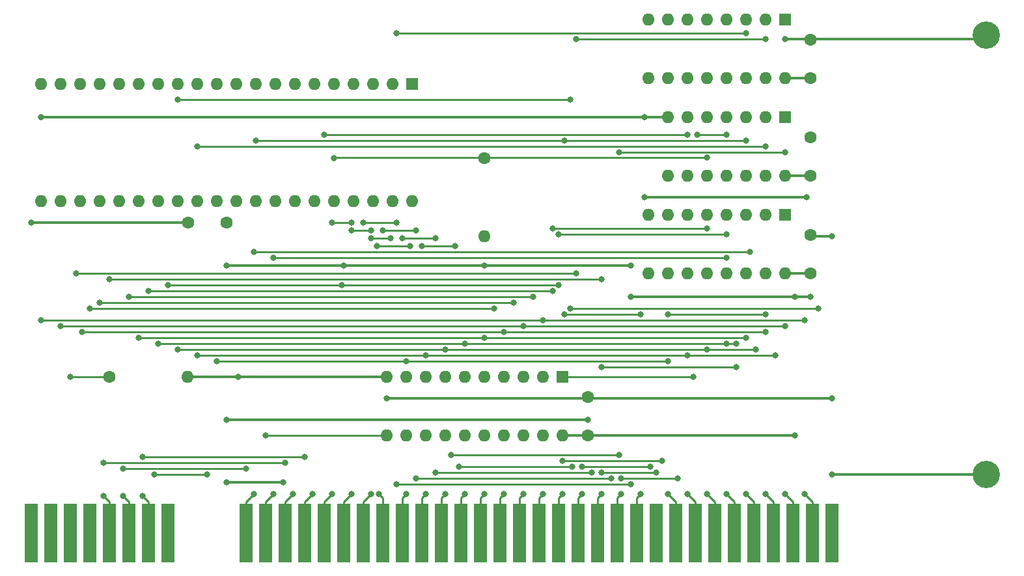
<source format=gbr>
G04 #@! TF.GenerationSoftware,KiCad,Pcbnew,(5.1.8)-1*
G04 #@! TF.CreationDate,2021-11-26T20:47:42-07:00*
G04 #@! TF.ProjectId,DMA,444d412e-6b69-4636-9164-5f7063625858,rev?*
G04 #@! TF.SameCoordinates,Original*
G04 #@! TF.FileFunction,Copper,L1,Top*
G04 #@! TF.FilePolarity,Positive*
%FSLAX46Y46*%
G04 Gerber Fmt 4.6, Leading zero omitted, Abs format (unit mm)*
G04 Created by KiCad (PCBNEW (5.1.8)-1) date 2021-11-26 20:47:42*
%MOMM*%
%LPD*%
G01*
G04 APERTURE LIST*
G04 #@! TA.AperFunction,ComponentPad*
%ADD10O,1.600000X1.600000*%
G04 #@! TD*
G04 #@! TA.AperFunction,ComponentPad*
%ADD11C,1.600000*%
G04 #@! TD*
G04 #@! TA.AperFunction,ConnectorPad*
%ADD12R,1.780000X7.620000*%
G04 #@! TD*
G04 #@! TA.AperFunction,ComponentPad*
%ADD13R,1.600000X1.600000*%
G04 #@! TD*
G04 #@! TA.AperFunction,ComponentPad*
%ADD14C,3.556000*%
G04 #@! TD*
G04 #@! TA.AperFunction,ViaPad*
%ADD15C,0.800000*%
G04 #@! TD*
G04 #@! TA.AperFunction,Conductor*
%ADD16C,0.330200*%
G04 #@! TD*
G04 #@! TA.AperFunction,Conductor*
%ADD17C,0.250000*%
G04 #@! TD*
G04 APERTURE END LIST*
D10*
G04 #@! TO.P,R2,2*
G04 #@! TO.N,/GND*
X77716380Y-109448600D03*
D11*
G04 #@! TO.P,R2,1*
G04 #@! TO.N,/DRQ0_*
X67556380Y-109448600D03*
G04 #@! TD*
D12*
G04 #@! TO.P,J9,62*
G04 #@! TO.N,/A0*
X85336380Y-129768600D03*
G04 #@! TO.P,J9,61*
G04 #@! TO.N,/A1*
X87876380Y-129768600D03*
G04 #@! TO.P,J9,60*
G04 #@! TO.N,/A2*
X90416380Y-129768600D03*
G04 #@! TO.P,J9,59*
G04 #@! TO.N,/A3*
X92956380Y-129768600D03*
G04 #@! TO.P,J9,58*
G04 #@! TO.N,/A4*
X95496380Y-129768600D03*
G04 #@! TO.P,J9,57*
G04 #@! TO.N,/A5*
X98036380Y-129768600D03*
G04 #@! TO.P,J9,56*
G04 #@! TO.N,/A6*
X100576380Y-129768600D03*
G04 #@! TO.P,J9,55*
G04 #@! TO.N,/A7*
X103116380Y-129768600D03*
G04 #@! TO.P,J9,54*
G04 #@! TO.N,/A8*
X105656380Y-129768600D03*
G04 #@! TO.P,J9,53*
G04 #@! TO.N,/A9*
X108196380Y-129768600D03*
G04 #@! TO.P,J9,52*
G04 #@! TO.N,/A10*
X110736380Y-129768600D03*
G04 #@! TO.P,J9,51*
G04 #@! TO.N,/A11*
X113276380Y-129768600D03*
G04 #@! TO.P,J9,50*
G04 #@! TO.N,/A12*
X115816380Y-129768600D03*
G04 #@! TO.P,J9,49*
G04 #@! TO.N,/A13*
X118356380Y-129768600D03*
G04 #@! TO.P,J9,48*
G04 #@! TO.N,/A14*
X120896380Y-129768600D03*
G04 #@! TO.P,J9,47*
G04 #@! TO.N,/A15*
X123436380Y-129768600D03*
G04 #@! TO.P,J9,46*
G04 #@! TO.N,/A16*
X125976380Y-129768600D03*
G04 #@! TO.P,J9,45*
G04 #@! TO.N,/A17*
X128516380Y-129768600D03*
G04 #@! TO.P,J9,44*
G04 #@! TO.N,/A18*
X131056380Y-129768600D03*
G04 #@! TO.P,J9,43*
G04 #@! TO.N,/A19*
X133596380Y-129768600D03*
G04 #@! TO.P,J9,42*
G04 #@! TO.N,/AEN*
X136136380Y-129768600D03*
G04 #@! TO.P,J9,41*
G04 #@! TO.N,/RDY1*
X138676380Y-129768600D03*
G04 #@! TO.P,J9,40*
G04 #@! TO.N,/D0*
X141216380Y-129768600D03*
G04 #@! TO.P,J9,39*
G04 #@! TO.N,/D1*
X143756380Y-129768600D03*
G04 #@! TO.P,J9,38*
G04 #@! TO.N,/D2*
X146296380Y-129768600D03*
G04 #@! TO.P,J9,37*
G04 #@! TO.N,/D3*
X148836380Y-129768600D03*
G04 #@! TO.P,J9,36*
G04 #@! TO.N,/D4*
X151376380Y-129768600D03*
G04 #@! TO.P,J9,35*
G04 #@! TO.N,/D5*
X153916380Y-129768600D03*
G04 #@! TO.P,J9,34*
G04 #@! TO.N,/D6*
X156456380Y-129768600D03*
G04 #@! TO.P,J9,33*
G04 #@! TO.N,/D7*
X158996380Y-129768600D03*
G04 #@! TO.P,J9,32*
G04 #@! TO.N,/CH_CK*
X161536380Y-129768600D03*
G04 #@! TD*
D10*
G04 #@! TO.P,U5,16*
G04 #@! TO.N,/5+*
X155440380Y-70586600D03*
G04 #@! TO.P,U5,8*
G04 #@! TO.N,/GND*
X137660380Y-62966600D03*
G04 #@! TO.P,U5,15*
G04 #@! TO.N,N/C*
X152900380Y-70586600D03*
G04 #@! TO.P,U5,7*
G04 #@! TO.N,Net-(U5-Pad7)*
X140200380Y-62966600D03*
G04 #@! TO.P,U5,14*
G04 #@! TO.N,N/C*
X150360380Y-70586600D03*
G04 #@! TO.P,U5,6*
G04 #@! TO.N,Net-(U5-Pad6)*
X142740380Y-62966600D03*
G04 #@! TO.P,U5,13*
G04 #@! TO.N,N/C*
X147820380Y-70586600D03*
G04 #@! TO.P,U5,5*
G04 #@! TO.N,Net-(U5-Pad5)*
X145280380Y-62966600D03*
G04 #@! TO.P,U5,12*
G04 #@! TO.N,N/C*
X145280380Y-70586600D03*
G04 #@! TO.P,U5,4*
G04 #@! TO.N,/760_EN*
X147820380Y-62966600D03*
G04 #@! TO.P,U5,11*
G04 #@! TO.N,N/C*
X142740380Y-70586600D03*
G04 #@! TO.P,U5,3*
G04 #@! TO.N,/IOWR*
X150360380Y-62966600D03*
G04 #@! TO.P,U5,10*
G04 #@! TO.N,N/C*
X140200380Y-70586600D03*
G04 #@! TO.P,U5,2*
G04 #@! TO.N,/IO_008X*
X152900380Y-62966600D03*
G04 #@! TO.P,U5,9*
G04 #@! TO.N,N/C*
X137660380Y-70586600D03*
D13*
G04 #@! TO.P,U5,1*
G04 #@! TO.N,/GND*
X155440380Y-62966600D03*
G04 #@! TD*
D10*
G04 #@! TO.P,U4,40*
G04 #@! TO.N,/A7*
X106926380Y-86588600D03*
G04 #@! TO.P,U4,20*
G04 #@! TO.N,/GND*
X58666380Y-71348600D03*
G04 #@! TO.P,U4,39*
G04 #@! TO.N,/A6*
X104386380Y-86588600D03*
G04 #@! TO.P,U4,19*
G04 #@! TO.N,/DRQ0_*
X61206380Y-71348600D03*
G04 #@! TO.P,U4,38*
G04 #@! TO.N,/A5*
X101846380Y-86588600D03*
G04 #@! TO.P,U4,18*
G04 #@! TO.N,/DRQ1*
X63746380Y-71348600D03*
G04 #@! TO.P,U4,37*
G04 #@! TO.N,/A4*
X99306380Y-86588600D03*
G04 #@! TO.P,U4,17*
G04 #@! TO.N,/DRQ2*
X66286380Y-71348600D03*
G04 #@! TO.P,U4,36*
G04 #@! TO.N,/EOP*
X96766380Y-86588600D03*
G04 #@! TO.P,U4,16*
G04 #@! TO.N,/DRQ3*
X68826380Y-71348600D03*
G04 #@! TO.P,U4,35*
G04 #@! TO.N,/A3*
X94226380Y-86588600D03*
G04 #@! TO.P,U4,15*
G04 #@! TO.N,/DACK3*
X71366380Y-71348600D03*
G04 #@! TO.P,U4,34*
G04 #@! TO.N,/A2*
X91686380Y-86588600D03*
G04 #@! TO.P,U4,14*
G04 #@! TO.N,/DACK2*
X73906380Y-71348600D03*
G04 #@! TO.P,U4,33*
G04 #@! TO.N,/A1*
X89146380Y-86588600D03*
G04 #@! TO.P,U4,13*
G04 #@! TO.N,/RESOUT*
X76446380Y-71348600D03*
G04 #@! TO.P,U4,32*
G04 #@! TO.N,/A0*
X86606380Y-86588600D03*
G04 #@! TO.P,U4,12*
G04 #@! TO.N,/CLK88_1*
X78986380Y-71348600D03*
G04 #@! TO.P,U4,31*
G04 #@! TO.N,/5+*
X84066380Y-86588600D03*
G04 #@! TO.P,U4,11*
G04 #@! TO.N,/IO_000X*
X81526380Y-71348600D03*
G04 #@! TO.P,U4,30*
G04 #@! TO.N,/D0*
X81526380Y-86588600D03*
G04 #@! TO.P,U4,10*
G04 #@! TO.N,/HOLD*
X84066380Y-71348600D03*
G04 #@! TO.P,U4,29*
G04 #@! TO.N,/D1*
X78986380Y-86588600D03*
G04 #@! TO.P,U4,9*
G04 #@! TO.N,/AEN*
X86606380Y-71348600D03*
G04 #@! TO.P,U4,28*
G04 #@! TO.N,/D2*
X76446380Y-86588600D03*
G04 #@! TO.P,U4,8*
G04 #@! TO.N,/ADSTB*
X89146380Y-71348600D03*
G04 #@! TO.P,U4,27*
G04 #@! TO.N,/D3*
X73906380Y-86588600D03*
G04 #@! TO.P,U4,7*
G04 #@! TO.N,/HOLDA*
X91686380Y-71348600D03*
G04 #@! TO.P,U4,26*
G04 #@! TO.N,/D4*
X71366380Y-86588600D03*
G04 #@! TO.P,U4,6*
G04 #@! TO.N,/READY*
X94226380Y-71348600D03*
G04 #@! TO.P,U4,25*
G04 #@! TO.N,/DACK0*
X68826380Y-86588600D03*
G04 #@! TO.P,U4,5*
G04 #@! TO.N,/5+*
X96766380Y-71348600D03*
G04 #@! TO.P,U4,24*
G04 #@! TO.N,/DACK1*
X66286380Y-86588600D03*
G04 #@! TO.P,U4,4*
G04 #@! TO.N,/MWR*
X99306380Y-71348600D03*
G04 #@! TO.P,U4,23*
G04 #@! TO.N,/D5*
X63746380Y-86588600D03*
G04 #@! TO.P,U4,3*
G04 #@! TO.N,/MRD*
X101846380Y-71348600D03*
G04 #@! TO.P,U4,22*
G04 #@! TO.N,/D6*
X61206380Y-86588600D03*
G04 #@! TO.P,U4,2*
G04 #@! TO.N,/IOWR*
X104386380Y-71348600D03*
G04 #@! TO.P,U4,21*
G04 #@! TO.N,/D7*
X58666380Y-86588600D03*
D13*
G04 #@! TO.P,U4,1*
G04 #@! TO.N,/IORD*
X106926380Y-71348600D03*
G04 #@! TD*
D10*
G04 #@! TO.P,U3,16*
G04 #@! TO.N,/5+*
X155440380Y-95986600D03*
G04 #@! TO.P,U3,8*
G04 #@! TO.N,/GND*
X137660380Y-88366600D03*
G04 #@! TO.P,U3,15*
G04 #@! TO.N,/D0*
X152900380Y-95986600D03*
G04 #@! TO.P,U3,7*
G04 #@! TO.N,/A18*
X140200380Y-88366600D03*
G04 #@! TO.P,U3,14*
G04 #@! TO.N,/A0*
X150360380Y-95986600D03*
G04 #@! TO.P,U3,6*
G04 #@! TO.N,/A19*
X142740380Y-88366600D03*
G04 #@! TO.P,U3,13*
G04 #@! TO.N,/A1*
X147820380Y-95986600D03*
G04 #@! TO.P,U3,5*
G04 #@! TO.N,/DACK3*
X145280380Y-88366600D03*
G04 #@! TO.P,U3,12*
G04 #@! TO.N,/760_EN*
X145280380Y-95986600D03*
G04 #@! TO.P,U3,4*
G04 #@! TO.N,/DACK2*
X147820380Y-88366600D03*
G04 #@! TO.P,U3,11*
G04 #@! TO.N,/AEN_OE*
X142740380Y-95986600D03*
G04 #@! TO.P,U3,3*
G04 #@! TO.N,/D3*
X150360380Y-88366600D03*
G04 #@! TO.P,U3,10*
G04 #@! TO.N,/A16*
X140200380Y-95986600D03*
G04 #@! TO.P,U3,2*
G04 #@! TO.N,/D2*
X152900380Y-88366600D03*
G04 #@! TO.P,U3,9*
G04 #@! TO.N,/A17*
X137660380Y-95986600D03*
D13*
G04 #@! TO.P,U3,1*
G04 #@! TO.N,/D1*
X155440380Y-88366600D03*
G04 #@! TD*
D10*
G04 #@! TO.P,U1,14*
G04 #@! TO.N,/5+*
X155440380Y-83286600D03*
G04 #@! TO.P,U1,7*
G04 #@! TO.N,/GND*
X140200380Y-75666600D03*
G04 #@! TO.P,U1,13*
G04 #@! TO.N,N/C*
X152900380Y-83286600D03*
G04 #@! TO.P,U1,6*
G04 #@! TO.N,/TC*
X142740380Y-75666600D03*
G04 #@! TO.P,U1,12*
G04 #@! TO.N,N/C*
X150360380Y-83286600D03*
G04 #@! TO.P,U1,5*
G04 #@! TO.N,/EOP*
X145280380Y-75666600D03*
G04 #@! TO.P,U1,11*
G04 #@! TO.N,N/C*
X147820380Y-83286600D03*
G04 #@! TO.P,U1,4*
G04 #@! TO.N,/AEN_OE*
X147820380Y-75666600D03*
G04 #@! TO.P,U1,10*
G04 #@! TO.N,N/C*
X145280380Y-83286600D03*
G04 #@! TO.P,U1,3*
G04 #@! TO.N,/AEN*
X150360380Y-75666600D03*
G04 #@! TO.P,U1,9*
G04 #@! TO.N,N/C*
X142740380Y-83286600D03*
G04 #@! TO.P,U1,2*
G04 #@! TO.N,/CLK88_1*
X152900380Y-75666600D03*
G04 #@! TO.P,U1,8*
G04 #@! TO.N,N/C*
X140200380Y-83286600D03*
D13*
G04 #@! TO.P,U1,1*
G04 #@! TO.N,/CLK88*
X155440380Y-75666600D03*
G04 #@! TD*
D10*
G04 #@! TO.P,R1,2*
G04 #@! TO.N,/5+*
X116324380Y-91160600D03*
D11*
G04 #@! TO.P,R1,1*
G04 #@! TO.N,/EOP*
X116324380Y-81000600D03*
G04 #@! TD*
G04 #@! TO.P,C8,2*
G04 #@! TO.N,/5+*
X129786380Y-117068600D03*
G04 #@! TO.P,C8,1*
G04 #@! TO.N,/GND*
X129786380Y-112068600D03*
G04 #@! TD*
G04 #@! TO.P,C4,2*
G04 #@! TO.N,/5+*
X158742380Y-95986600D03*
G04 #@! TO.P,C4,1*
G04 #@! TO.N,/GND*
X158742380Y-90986600D03*
G04 #@! TD*
G04 #@! TO.P,C3,2*
G04 #@! TO.N,/5+*
X158742380Y-83286600D03*
G04 #@! TO.P,C3,1*
G04 #@! TO.N,/GND*
X158742380Y-78286600D03*
G04 #@! TD*
G04 #@! TO.P,C2,2*
G04 #@! TO.N,/5+*
X82796380Y-89382600D03*
G04 #@! TO.P,C2,1*
G04 #@! TO.N,/GND*
X77796380Y-89382600D03*
G04 #@! TD*
G04 #@! TO.P,C1,2*
G04 #@! TO.N,/5+*
X158742380Y-70586600D03*
G04 #@! TO.P,C1,1*
G04 #@! TO.N,/GND*
X158742380Y-65586600D03*
G04 #@! TD*
D10*
G04 #@! TO.P,U2,20*
G04 #@! TO.N,/5+*
X126484380Y-117068600D03*
G04 #@! TO.P,U2,10*
G04 #@! TO.N,/GND*
X103624380Y-109448600D03*
G04 #@! TO.P,U2,19*
G04 #@! TO.N,/A15*
X123944380Y-117068600D03*
G04 #@! TO.P,U2,9*
G04 #@! TO.N,/D0*
X106164380Y-109448600D03*
G04 #@! TO.P,U2,18*
G04 #@! TO.N,/A14*
X121404380Y-117068600D03*
G04 #@! TO.P,U2,8*
G04 #@! TO.N,/D1*
X108704380Y-109448600D03*
G04 #@! TO.P,U2,17*
G04 #@! TO.N,/A13*
X118864380Y-117068600D03*
G04 #@! TO.P,U2,7*
G04 #@! TO.N,/D2*
X111244380Y-109448600D03*
G04 #@! TO.P,U2,16*
G04 #@! TO.N,/A12*
X116324380Y-117068600D03*
G04 #@! TO.P,U2,6*
G04 #@! TO.N,/D3*
X113784380Y-109448600D03*
G04 #@! TO.P,U2,15*
G04 #@! TO.N,/A11*
X113784380Y-117068600D03*
G04 #@! TO.P,U2,5*
G04 #@! TO.N,/D4*
X116324380Y-109448600D03*
G04 #@! TO.P,U2,14*
G04 #@! TO.N,/A10*
X111244380Y-117068600D03*
G04 #@! TO.P,U2,4*
G04 #@! TO.N,/D5*
X118864380Y-109448600D03*
G04 #@! TO.P,U2,13*
G04 #@! TO.N,/A9*
X108704380Y-117068600D03*
G04 #@! TO.P,U2,3*
G04 #@! TO.N,/D6*
X121404380Y-109448600D03*
G04 #@! TO.P,U2,12*
G04 #@! TO.N,/A8*
X106164380Y-117068600D03*
G04 #@! TO.P,U2,2*
G04 #@! TO.N,/D7*
X123944380Y-109448600D03*
G04 #@! TO.P,U2,11*
G04 #@! TO.N,/ADSTB*
X103624380Y-117068600D03*
D13*
G04 #@! TO.P,U2,1*
G04 #@! TO.N,/AEN_OE*
X126484380Y-109448600D03*
G04 #@! TD*
D14*
G04 #@! TO.P,R,1*
G04 #@! TO.N,/GND*
X181602380Y-122148600D03*
G04 #@! TD*
D12*
G04 #@! TO.P,J1,9*
G04 #@! TO.N,/SPK_OUT*
X57396380Y-129768600D03*
G04 #@! TO.P,J1,10*
G04 #@! TO.N,/SPK_GO*
X59936380Y-129768600D03*
G04 #@! TO.P,J1,11*
G04 #@! TO.N,/HF_PCLK*
X62476380Y-129768600D03*
G04 #@! TO.P,J1,12*
G04 #@! TO.N,/DRQ0*
X65016380Y-129768600D03*
G04 #@! TO.P,J1,13*
G04 #@! TO.N,/HOLDA*
X67556380Y-129768600D03*
G04 #@! TO.P,J1,14*
G04 #@! TO.N,/HOLD*
X70096380Y-129768600D03*
G04 #@! TO.P,J1,15*
G04 #@! TO.N,/READY*
X72636380Y-129768600D03*
G04 #@! TO.P,J1,16*
G04 #@! TO.N,/RESET*
X75176380Y-129768600D03*
G04 #@! TD*
D14*
G04 #@! TO.P,R,1*
G04 #@! TO.N,/GND*
X181602380Y-64998600D03*
G04 #@! TD*
D15*
G04 #@! TO.N,/5+*
X90162380Y-123164600D03*
X82796380Y-123164600D03*
X129786380Y-115036600D03*
X82796380Y-115036600D03*
X98036380Y-94970600D03*
X82796380Y-94970600D03*
X156710380Y-117068600D03*
X156710380Y-99034600D03*
X158742380Y-99034600D03*
X116324380Y-94970600D03*
X135374380Y-94970600D03*
X135374380Y-99034600D03*
G04 #@! TO.N,/GND*
X84320380Y-109448600D03*
X57396380Y-89382600D03*
X103624380Y-112242600D03*
X137152380Y-75666600D03*
X58666380Y-75666600D03*
X161536380Y-91160600D03*
X161536380Y-112242600D03*
X155440380Y-65506600D03*
X161536380Y-122148600D03*
X158234380Y-86080600D03*
X137152380Y-86080600D03*
G04 #@! TO.N,/DRQ2*
X67556380Y-96748600D03*
X149090380Y-108178600D03*
X131564380Y-108178600D03*
X131564380Y-96748600D03*
G04 #@! TO.N,/DACK3*
X125214380Y-98272600D03*
X72636380Y-98272600D03*
X145280380Y-90144600D03*
X125214380Y-90144600D03*
G04 #@! TO.N,/DRQ3*
X122674380Y-99034600D03*
X70096380Y-99034600D03*
G04 #@! TO.N,/DACK1*
X120134380Y-99796600D03*
X66286380Y-99796600D03*
G04 #@! TO.N,/DRQ1*
X117594380Y-100558600D03*
X65016380Y-100558600D03*
G04 #@! TO.N,/DACK2*
X147820380Y-90906600D03*
X75176380Y-97510600D03*
X125976380Y-97510600D03*
X125976380Y-90906600D03*
X97782380Y-97510600D03*
G04 #@! TO.N,/TC*
X95496380Y-77952600D03*
X142740380Y-77952600D03*
G04 #@! TO.N,/D7*
X157980380Y-124688600D03*
X157980380Y-102082600D03*
X58666380Y-102082600D03*
X123944380Y-102082600D03*
G04 #@! TO.N,/D6*
X155440380Y-124688600D03*
X155440380Y-102844600D03*
X61206380Y-102844600D03*
X121404380Y-102844600D03*
G04 #@! TO.N,/D5*
X152900380Y-124688600D03*
X152900380Y-103606600D03*
X118864380Y-103606600D03*
X64000380Y-103606600D03*
G04 #@! TO.N,/D4*
X150360380Y-124688600D03*
X150360380Y-104368600D03*
X71366380Y-104368600D03*
X116324380Y-104368600D03*
G04 #@! TO.N,/D3*
X147820380Y-124688600D03*
X113784380Y-105130600D03*
X147820380Y-105130600D03*
X73906380Y-105130600D03*
X149090380Y-105130600D03*
G04 #@! TO.N,/D2*
X145280380Y-124688600D03*
X111244380Y-105892600D03*
X145280380Y-105892600D03*
X76446380Y-105892600D03*
X151630380Y-105892600D03*
G04 #@! TO.N,/D1*
X142740380Y-124688600D03*
X108704380Y-106654600D03*
X142740380Y-106654600D03*
X78986380Y-106654600D03*
X154170380Y-106654600D03*
G04 #@! TO.N,/D0*
X140200380Y-124688600D03*
X140200380Y-107416600D03*
X81526380Y-107416600D03*
X106164380Y-107416600D03*
X140200380Y-101320600D03*
X152900380Y-101320600D03*
G04 #@! TO.N,/AEN*
X136644380Y-124688600D03*
X150360380Y-78714600D03*
X86606380Y-78714600D03*
X136644380Y-101320600D03*
X126738380Y-101320600D03*
X126738380Y-78714600D03*
G04 #@! TO.N,/A19*
X134104380Y-122656600D03*
X141470380Y-122656600D03*
X134104380Y-124688600D03*
G04 #@! TO.N,/A18*
X131564380Y-124688588D03*
X131564380Y-121894600D03*
X138676380Y-121894600D03*
G04 #@! TO.N,/A17*
X129024380Y-124688588D03*
X129024380Y-121132600D03*
X137914380Y-121132600D03*
G04 #@! TO.N,/A16*
X126484380Y-124688588D03*
X126484380Y-120370600D03*
X139438380Y-120370600D03*
G04 #@! TO.N,/A15*
X123944380Y-124688588D03*
G04 #@! TO.N,/A14*
X121404380Y-124688600D03*
G04 #@! TO.N,/A13*
X118864380Y-124688600D03*
G04 #@! TO.N,/A12*
X116324380Y-124688600D03*
G04 #@! TO.N,/A11*
X113784380Y-124688600D03*
G04 #@! TO.N,/A10*
X111244380Y-124688600D03*
G04 #@! TO.N,/A9*
X108704380Y-124688600D03*
G04 #@! TO.N,/A8*
X106164380Y-124688600D03*
G04 #@! TO.N,/A7*
X106672380Y-92430600D03*
X102608380Y-124688600D03*
X102354388Y-92430600D03*
G04 #@! TO.N,/A6*
X101592380Y-124688600D03*
X101592380Y-91414600D03*
X104132364Y-91414600D03*
G04 #@! TO.N,/A5*
X99052380Y-124688600D03*
X99052380Y-90398594D03*
X101592374Y-90398594D03*
G04 #@! TO.N,/A4*
X96512380Y-124688600D03*
X96512380Y-89382600D03*
X99052380Y-89382600D03*
G04 #@! TO.N,/A3*
X93972380Y-124688600D03*
G04 #@! TO.N,/A2*
X91432380Y-124688600D03*
G04 #@! TO.N,/A1*
X88892380Y-124688600D03*
X147820380Y-93954600D03*
X88892380Y-93954600D03*
G04 #@! TO.N,/A0*
X86352380Y-124688600D03*
X86352380Y-93192600D03*
X150868380Y-93192600D03*
G04 #@! TO.N,/RESOUT*
X76446380Y-73380600D03*
X159758380Y-100558600D03*
X127500380Y-100558600D03*
X127500360Y-73380600D03*
G04 #@! TO.N,/MWR*
X135374380Y-123418600D03*
X104894380Y-123418600D03*
X100576380Y-89382600D03*
X104894380Y-89382600D03*
G04 #@! TO.N,/MRD*
X132834380Y-122656600D03*
X107434380Y-122656600D03*
X103116380Y-90398600D03*
X107434380Y-90398600D03*
G04 #@! TO.N,/IOWR*
X130294380Y-121894600D03*
X109974380Y-121894600D03*
X105656380Y-91414600D03*
X109974380Y-91414600D03*
X150360380Y-64744600D03*
X104894380Y-64744600D03*
G04 #@! TO.N,/IORD*
X127754380Y-121132600D03*
X108196380Y-92430600D03*
X112514380Y-92430600D03*
X113022386Y-121132600D03*
G04 #@! TO.N,/CLK88*
X155440380Y-80238600D03*
X133850380Y-80238600D03*
X133850380Y-119608600D03*
X112006380Y-119608596D03*
G04 #@! TO.N,/HOLDA*
X66794380Y-124942600D03*
X90416380Y-120624600D03*
X66794380Y-120624600D03*
G04 #@! TO.N,/HOLD*
X69334380Y-124942600D03*
X85336380Y-121386600D03*
X69334380Y-121386600D03*
G04 #@! TO.N,/READY*
X71874380Y-124942600D03*
X92956380Y-119862600D03*
X71874380Y-119862600D03*
G04 #@! TO.N,/IO_008X*
X63238380Y-95986600D03*
X152900380Y-65506600D03*
X128262380Y-95986600D03*
X128262380Y-65506600D03*
G04 #@! TO.N,/IO_000X*
X80256380Y-122148600D03*
X73398380Y-122148600D03*
G04 #@! TO.N,/EOP*
X145280380Y-80963601D03*
X96766380Y-81000600D03*
G04 #@! TO.N,/AEN_OE*
X143502380Y-109448600D03*
X147820380Y-77952600D03*
X144010380Y-77952600D03*
G04 #@! TO.N,/CLK88_1*
X152900380Y-79476600D03*
X78986380Y-79476600D03*
G04 #@! TO.N,/ADSTB*
X87876380Y-117068600D03*
G04 #@! TO.N,/DRQ0_*
X62476380Y-109448600D03*
G04 #@! TD*
D16*
G04 #@! TO.N,/5+*
X90162380Y-123164600D02*
X82796380Y-123164600D01*
X129786380Y-117068600D02*
X126484380Y-117068600D01*
X129786380Y-115036600D02*
X82796380Y-115036600D01*
X98036380Y-94970600D02*
X82796380Y-94970600D01*
X98036380Y-94970600D02*
X135374380Y-94970600D01*
X129786380Y-117068600D02*
X156710380Y-117068600D01*
X158742380Y-95986600D02*
X155440380Y-95986600D01*
X156710380Y-99034600D02*
X158742380Y-99034600D01*
X158742380Y-70586600D02*
X155440380Y-70586600D01*
X158742380Y-83286600D02*
X155440380Y-83286600D01*
X156710380Y-99034600D02*
X135374380Y-99034600D01*
G04 #@! TO.N,/GND*
X103624380Y-109448600D02*
X84320380Y-109448600D01*
X57396380Y-89382600D02*
X77796380Y-89382600D01*
X84320380Y-109448600D02*
X77716380Y-109448600D01*
X129786380Y-112068600D02*
X129706380Y-112068600D01*
X129706380Y-112068600D02*
X129532380Y-112242600D01*
X129532380Y-112242600D02*
X103624380Y-112242600D01*
X137152380Y-75666600D02*
X140200380Y-75666600D01*
X137152380Y-75666600D02*
X58666380Y-75666600D01*
X158916380Y-91160600D02*
X158742380Y-90986600D01*
X161536380Y-91160600D02*
X158916380Y-91160600D01*
X129786380Y-112068600D02*
X129866380Y-112068600D01*
X129866380Y-112068600D02*
X130040380Y-112242600D01*
X130040380Y-112242600D02*
X161536380Y-112242600D01*
X158742380Y-65586600D02*
X158916380Y-65586600D01*
X158916380Y-65586600D02*
X158996380Y-65506600D01*
X181094380Y-65506600D02*
X181602380Y-64998600D01*
X158996380Y-65506600D02*
X181094380Y-65506600D01*
X158662380Y-65506600D02*
X155440380Y-65506600D01*
X158742380Y-65586600D02*
X158662380Y-65506600D01*
X181602380Y-122148600D02*
X161536380Y-122148600D01*
X158234380Y-86080600D02*
X137152380Y-86080600D01*
D17*
G04 #@! TO.N,/DRQ2*
X149090380Y-108178600D02*
X131564380Y-108178600D01*
X67556380Y-96748600D02*
X131564380Y-96748600D01*
G04 #@! TO.N,/DACK3*
X125214380Y-98272600D02*
X72636380Y-98272600D01*
X145280380Y-90144600D02*
X125214380Y-90144600D01*
G04 #@! TO.N,/DRQ3*
X122674380Y-99034600D02*
X70096380Y-99034600D01*
G04 #@! TO.N,/DACK1*
X120134380Y-99796600D02*
X66286380Y-99796600D01*
G04 #@! TO.N,/DRQ1*
X117594380Y-100558600D02*
X65016380Y-100558600D01*
G04 #@! TO.N,/DACK2*
X125976380Y-90906600D02*
X147820380Y-90906600D01*
X125976380Y-97510600D02*
X97782380Y-97510600D01*
X75176380Y-97510600D02*
X97782380Y-97510600D01*
G04 #@! TO.N,/TC*
X142740380Y-77952600D02*
X95496380Y-77952600D01*
G04 #@! TO.N,/D7*
X158996380Y-129768600D02*
X158996380Y-125704600D01*
X158996380Y-125704600D02*
X157980380Y-124688600D01*
X157980380Y-102082600D02*
X123944380Y-102082600D01*
X123944380Y-102082600D02*
X58666380Y-102082600D01*
G04 #@! TO.N,/D6*
X156456380Y-129768600D02*
X156456380Y-125704600D01*
X156456380Y-125704600D02*
X155440380Y-124688600D01*
X155440380Y-102844600D02*
X121404380Y-102844600D01*
X121404380Y-102844600D02*
X61206380Y-102844600D01*
G04 #@! TO.N,/D5*
X153916380Y-129768600D02*
X153916380Y-125704600D01*
X153916380Y-125704600D02*
X152900380Y-124688600D01*
X152900380Y-103606600D02*
X118864380Y-103606600D01*
X118864380Y-103606600D02*
X64000380Y-103606600D01*
G04 #@! TO.N,/D4*
X151376380Y-125704600D02*
X150360380Y-124688600D01*
X151376380Y-129768600D02*
X151376380Y-125704600D01*
X150360380Y-104368600D02*
X116324380Y-104368600D01*
X116324380Y-104368600D02*
X71366380Y-104368600D01*
G04 #@! TO.N,/D3*
X148836380Y-129768600D02*
X148836380Y-125704600D01*
X148836380Y-125704600D02*
X147820380Y-124688600D01*
X147820380Y-105130600D02*
X113784380Y-105130600D01*
X113784380Y-105130600D02*
X73906380Y-105130600D01*
X149090380Y-105130600D02*
X147820380Y-105130600D01*
G04 #@! TO.N,/D2*
X146296380Y-129768600D02*
X146296380Y-125704600D01*
X146296380Y-125704600D02*
X145280380Y-124688600D01*
X111244380Y-105892600D02*
X145280380Y-105892600D01*
X111244380Y-105892600D02*
X76446380Y-105892600D01*
X151630380Y-105892600D02*
X145280380Y-105892600D01*
G04 #@! TO.N,/D1*
X143756380Y-125704600D02*
X142740380Y-124688600D01*
X143756380Y-129768600D02*
X143756380Y-125704600D01*
X142740380Y-106654600D02*
X108704380Y-106654600D01*
X108704380Y-106654600D02*
X78986380Y-106654600D01*
X154170380Y-106654600D02*
X142740380Y-106654600D01*
G04 #@! TO.N,/D0*
X141216380Y-125704600D02*
X140200380Y-124688600D01*
X141216380Y-129768600D02*
X141216380Y-125704600D01*
X140200380Y-107416600D02*
X81526380Y-107416600D01*
X140200380Y-101320600D02*
X152900380Y-101320600D01*
G04 #@! TO.N,/AEN*
X136136380Y-130022600D02*
X136136380Y-125196600D01*
X136136380Y-125196600D02*
X136644380Y-124688600D01*
X150360380Y-78714600D02*
X86606380Y-78714600D01*
X136644380Y-101320600D02*
X126738380Y-101320600D01*
G04 #@! TO.N,/A19*
X141470380Y-122656600D02*
X134104380Y-122656600D01*
X133596380Y-125196600D02*
X134104380Y-124688600D01*
X133596380Y-130022600D02*
X133596380Y-125196600D01*
G04 #@! TO.N,/A18*
X131056380Y-129768600D02*
X131056380Y-125196588D01*
X131056380Y-125196588D02*
X131564380Y-124688588D01*
X138676380Y-121894600D02*
X131564380Y-121894600D01*
G04 #@! TO.N,/A17*
X128516380Y-129768600D02*
X128516380Y-125196588D01*
X128516380Y-125196588D02*
X129024380Y-124688588D01*
X129024380Y-121132600D02*
X137914380Y-121132600D01*
G04 #@! TO.N,/A16*
X125976380Y-129768600D02*
X125976380Y-125196588D01*
X125976380Y-125196588D02*
X126484380Y-124688588D01*
X126484380Y-120370600D02*
X139438380Y-120370600D01*
G04 #@! TO.N,/A15*
X123436380Y-129768600D02*
X123436380Y-125196588D01*
X123436380Y-125196588D02*
X123944380Y-124688588D01*
G04 #@! TO.N,/A14*
X120896380Y-125196600D02*
X121404380Y-124688600D01*
X120896380Y-129768600D02*
X120896380Y-125196600D01*
G04 #@! TO.N,/A13*
X118356380Y-125196600D02*
X118864380Y-124688600D01*
X118356380Y-129768600D02*
X118356380Y-125196600D01*
G04 #@! TO.N,/A12*
X115816380Y-129768600D02*
X115816380Y-125196600D01*
X115816380Y-125196600D02*
X116324380Y-124688600D01*
G04 #@! TO.N,/A11*
X113276380Y-129768600D02*
X113276380Y-125196600D01*
X113276380Y-125196600D02*
X113784380Y-124688600D01*
G04 #@! TO.N,/A10*
X110736380Y-129768600D02*
X110736380Y-125196600D01*
X110736380Y-125196600D02*
X111244380Y-124688600D01*
G04 #@! TO.N,/A9*
X108196380Y-125196600D02*
X108704380Y-124688600D01*
X108196380Y-129768600D02*
X108196380Y-125196600D01*
G04 #@! TO.N,/A8*
X105656380Y-125196600D02*
X106164380Y-124688600D01*
X105656380Y-129768600D02*
X105656380Y-125196600D01*
G04 #@! TO.N,/A7*
X103116380Y-129768600D02*
X103116380Y-125196600D01*
X103116380Y-125196600D02*
X102608380Y-124688600D01*
X106672380Y-92430600D02*
X102354388Y-92430600D01*
G04 #@! TO.N,/A6*
X100576380Y-129768600D02*
X100576380Y-125704600D01*
X100576380Y-125704600D02*
X101592380Y-124688600D01*
X101592380Y-91414600D02*
X104132364Y-91414600D01*
G04 #@! TO.N,/A5*
X98036380Y-125704600D02*
X99052380Y-124688600D01*
X98036380Y-129768600D02*
X98036380Y-125704600D01*
X99052380Y-90398594D02*
X101592374Y-90398594D01*
G04 #@! TO.N,/A4*
X95496380Y-125704600D02*
X96512380Y-124688600D01*
X95496380Y-129768600D02*
X95496380Y-125704600D01*
X96512380Y-89382600D02*
X99052380Y-89382600D01*
G04 #@! TO.N,/A3*
X92956380Y-129768600D02*
X92956380Y-125704600D01*
X92956380Y-125704600D02*
X93972380Y-124688600D01*
G04 #@! TO.N,/A2*
X90416380Y-125704600D02*
X91432380Y-124688600D01*
X90416380Y-129768600D02*
X90416380Y-125704600D01*
G04 #@! TO.N,/A1*
X87876380Y-125704600D02*
X88892380Y-124688600D01*
X87876380Y-129768600D02*
X87876380Y-125704600D01*
X147820380Y-93954600D02*
X88892380Y-93954600D01*
G04 #@! TO.N,/A0*
X85336380Y-125704600D02*
X86352380Y-124688600D01*
X85336380Y-129768600D02*
X85336380Y-125704600D01*
X86352380Y-93192600D02*
X150868380Y-93192600D01*
G04 #@! TO.N,/RESOUT*
X159758380Y-100558600D02*
X127500380Y-100558600D01*
X76446380Y-73380600D02*
X127500360Y-73380600D01*
G04 #@! TO.N,/MWR*
X135374380Y-123418600D02*
X104894380Y-123418600D01*
X100576380Y-89382600D02*
X104894380Y-89382600D01*
G04 #@! TO.N,/MRD*
X132834380Y-122656600D02*
X107434380Y-122656600D01*
X103116380Y-90398600D02*
X107434380Y-90398600D01*
G04 #@! TO.N,/IOWR*
X130294380Y-121894600D02*
X109974380Y-121894600D01*
X105656380Y-91414600D02*
X109974380Y-91414600D01*
X150360380Y-64744600D02*
X104894380Y-64744600D01*
G04 #@! TO.N,/IORD*
X108196380Y-92430600D02*
X112514380Y-92430600D01*
X127754380Y-121132600D02*
X113022386Y-121132600D01*
G04 #@! TO.N,/CLK88*
X155440380Y-80238600D02*
X133850380Y-80238600D01*
X133850380Y-119608600D02*
X112006380Y-119608600D01*
G04 #@! TO.N,/HOLDA*
X67556380Y-129768600D02*
X67556380Y-125704600D01*
X67556380Y-125704600D02*
X66794380Y-124942600D01*
X90416380Y-120624600D02*
X66794380Y-120624600D01*
G04 #@! TO.N,/HOLD*
X70096380Y-125704600D02*
X69334380Y-124942600D01*
X70096380Y-129768600D02*
X70096380Y-125704600D01*
X85336380Y-121386600D02*
X69334380Y-121386600D01*
G04 #@! TO.N,/READY*
X72636380Y-129768600D02*
X72636380Y-125704600D01*
X72636380Y-125704600D02*
X71874380Y-124942600D01*
X92956380Y-119862600D02*
X71874380Y-119862600D01*
G04 #@! TO.N,/IO_008X*
X128262380Y-65506600D02*
X152900380Y-65506600D01*
X63238380Y-95986600D02*
X128262380Y-95986600D01*
G04 #@! TO.N,/IO_000X*
X80256380Y-122148600D02*
X73398380Y-122148600D01*
G04 #@! TO.N,/EOP*
X96803379Y-80963601D02*
X96766380Y-81000600D01*
X145280380Y-80963601D02*
X96803379Y-80963601D01*
G04 #@! TO.N,/AEN_OE*
X126484380Y-109448600D02*
X143502380Y-109448600D01*
X147820380Y-77952600D02*
X144010380Y-77952600D01*
G04 #@! TO.N,/CLK88_1*
X152900380Y-79476600D02*
X78986380Y-79476600D01*
G04 #@! TO.N,/ADSTB*
X103624380Y-117068600D02*
X87876380Y-117068600D01*
G04 #@! TO.N,/DRQ0_*
X67556380Y-109448600D02*
X62476380Y-109448600D01*
G04 #@! TD*
M02*

</source>
